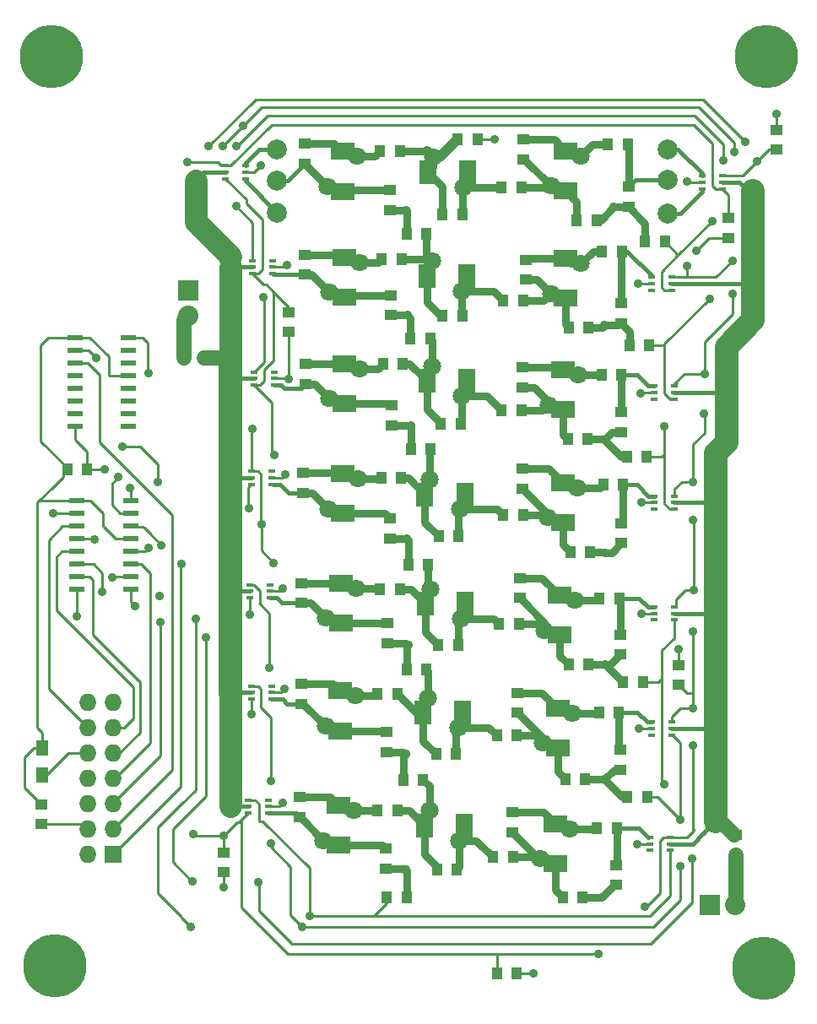
<source format=gtl>
G04 #@! TF.FileFunction,Copper,L1,Top,Signal*
%FSLAX46Y46*%
G04 Gerber Fmt 4.6, Leading zero omitted, Abs format (unit mm)*
G04 Created by KiCad (PCBNEW 4.0.1-stable) date 14/03/2016 16:10:45*
%MOMM*%
G01*
G04 APERTURE LIST*
%ADD10C,0.100000*%
%ADD11C,6.350000*%
%ADD12R,1.000000X1.250000*%
%ADD13R,1.250000X1.000000*%
%ADD14R,2.032000X2.032000*%
%ADD15O,2.032000X2.032000*%
%ADD16R,1.500000X0.600000*%
%ADD17R,0.660400X0.406400*%
%ADD18R,1.727200X1.727200*%
%ADD19O,1.727200X1.727200*%
%ADD20R,1.300000X1.500000*%
%ADD21R,2.400000X1.800000*%
%ADD22C,1.800000*%
%ADD23R,1.800000X2.400000*%
%ADD24C,1.998980*%
%ADD25C,0.889000*%
%ADD26C,0.254000*%
%ADD27C,0.780000*%
%ADD28C,1.016000*%
%ADD29C,0.400000*%
%ADD30C,2.300000*%
%ADD31C,1.500000*%
%ADD32C,2.400000*%
G04 APERTURE END LIST*
D10*
D11*
X185610500Y-44958000D03*
X113855500Y-44958000D03*
X114236500Y-136207500D03*
X185356500Y-136398000D03*
D12*
X129206500Y-75184000D03*
X127206500Y-75184000D03*
D13*
X147828000Y-58372500D03*
X147828000Y-60372500D03*
X147955000Y-68913500D03*
X147955000Y-70913500D03*
X148018500Y-79962500D03*
X148018500Y-81962500D03*
X147828000Y-91329000D03*
X147828000Y-93329000D03*
X147574000Y-101806500D03*
X147574000Y-103806500D03*
X147510500Y-112728500D03*
X147510500Y-114728500D03*
X147383500Y-124412500D03*
X147383500Y-126412500D03*
X139319000Y-53737000D03*
X139319000Y-55737000D03*
X139319000Y-64849500D03*
X139319000Y-66849500D03*
X139382500Y-75835000D03*
X139382500Y-77835000D03*
X139128500Y-86757000D03*
X139128500Y-88757000D03*
X138938000Y-97806000D03*
X138938000Y-99806000D03*
X138938000Y-107902500D03*
X138938000Y-109902500D03*
X138811000Y-119269000D03*
X138811000Y-121269000D03*
D12*
X148828000Y-54483000D03*
X146828000Y-54483000D03*
X149018500Y-65278000D03*
X147018500Y-65278000D03*
X149145500Y-75819000D03*
X147145500Y-75819000D03*
X148955000Y-87249000D03*
X146955000Y-87249000D03*
X148828000Y-98425000D03*
X146828000Y-98425000D03*
X148574000Y-108902500D03*
X146574000Y-108902500D03*
X148574000Y-120586500D03*
X146574000Y-120586500D03*
X154638500Y-53276500D03*
X156638500Y-53276500D03*
X151495000Y-62738000D03*
X149495000Y-62738000D03*
X151876000Y-73279000D03*
X149876000Y-73279000D03*
X151939500Y-84391500D03*
X149939500Y-84391500D03*
X151685500Y-95948500D03*
X149685500Y-95948500D03*
X151495000Y-106426000D03*
X149495000Y-106426000D03*
X151177500Y-117538500D03*
X149177500Y-117538500D03*
X155114500Y-60833000D03*
X153114500Y-60833000D03*
X155114500Y-70993000D03*
X153114500Y-70993000D03*
X154924000Y-81851500D03*
X152924000Y-81851500D03*
X154733500Y-93091000D03*
X152733500Y-93091000D03*
X154670000Y-104013000D03*
X152670000Y-104013000D03*
X154479500Y-114935000D03*
X152479500Y-114935000D03*
X154543000Y-126555500D03*
X152543000Y-126555500D03*
X161020000Y-58102500D03*
X159020000Y-58102500D03*
X161210500Y-69469000D03*
X159210500Y-69469000D03*
X161020000Y-80454500D03*
X159020000Y-80454500D03*
X161210500Y-90995500D03*
X159210500Y-90995500D03*
X160766000Y-101854000D03*
X158766000Y-101854000D03*
X160575500Y-113093500D03*
X158575500Y-113093500D03*
X160194500Y-125285500D03*
X158194500Y-125285500D03*
D13*
X181800500Y-63166500D03*
X181800500Y-61166500D03*
D12*
X166576500Y-61404500D03*
X168576500Y-61404500D03*
X165751000Y-72136000D03*
X167751000Y-72136000D03*
X165687500Y-83375500D03*
X167687500Y-83375500D03*
X165941500Y-94678500D03*
X167941500Y-94678500D03*
X165751000Y-105981500D03*
X167751000Y-105981500D03*
X165433500Y-117475000D03*
X167433500Y-117475000D03*
X165179500Y-129349500D03*
X167179500Y-129349500D03*
X115459000Y-86423500D03*
X117459000Y-86423500D03*
D13*
X161226500Y-53292500D03*
X161226500Y-55292500D03*
X161480500Y-65357500D03*
X161480500Y-67357500D03*
X161163000Y-76152500D03*
X161163000Y-78152500D03*
X161099500Y-86312500D03*
X161099500Y-88312500D03*
X160845500Y-97298000D03*
X160845500Y-99298000D03*
X160591500Y-108791500D03*
X160591500Y-110791500D03*
X160083500Y-120793000D03*
X160083500Y-122793000D03*
D12*
X171688000Y-53784500D03*
X169688000Y-53784500D03*
X171116500Y-64516000D03*
X169116500Y-64516000D03*
X171053000Y-76898500D03*
X169053000Y-76898500D03*
X171243500Y-87947500D03*
X169243500Y-87947500D03*
X170862500Y-99314000D03*
X168862500Y-99314000D03*
X170799000Y-110744000D03*
X168799000Y-110744000D03*
X170608500Y-122364500D03*
X168608500Y-122364500D03*
D13*
X171767500Y-58055000D03*
X171767500Y-60055000D03*
X171005500Y-69739000D03*
X171005500Y-71739000D03*
X171069000Y-80661000D03*
X171069000Y-82661000D03*
X171069000Y-91773500D03*
X171069000Y-93773500D03*
X170942000Y-102949500D03*
X170942000Y-104949500D03*
X170942000Y-114506500D03*
X170942000Y-116506500D03*
X170561000Y-126063500D03*
X170561000Y-128063500D03*
X182562500Y-125079000D03*
X182562500Y-123079000D03*
D12*
X173434500Y-63500000D03*
X175434500Y-63500000D03*
X171847000Y-73914000D03*
X173847000Y-73914000D03*
X171593000Y-85090000D03*
X173593000Y-85090000D03*
X171212000Y-107759500D03*
X173212000Y-107759500D03*
X171656500Y-119253000D03*
X173656500Y-119253000D03*
D13*
X112903000Y-119967500D03*
X112903000Y-121967500D03*
X131191000Y-126793500D03*
X131191000Y-124793500D03*
D12*
X149526500Y-129286000D03*
X147526500Y-129286000D03*
D14*
X127635000Y-68453000D03*
D15*
X127635000Y-70993000D03*
D14*
X179959000Y-130048000D03*
D15*
X182499000Y-130048000D03*
D16*
X116426000Y-89535000D03*
X116426000Y-90805000D03*
X116426000Y-92075000D03*
X116426000Y-93345000D03*
X116426000Y-94615000D03*
X116426000Y-95885000D03*
X116426000Y-97155000D03*
X116426000Y-98425000D03*
X121826000Y-98425000D03*
X121826000Y-97155000D03*
X121826000Y-95885000D03*
X121826000Y-94615000D03*
X121826000Y-93345000D03*
X121826000Y-92075000D03*
X121826000Y-90805000D03*
X121826000Y-89535000D03*
D17*
X133350000Y-57238900D03*
X133350000Y-55918100D03*
X133350000Y-56578500D03*
X131318000Y-55918100D03*
X131318000Y-57238900D03*
X131318000Y-56578500D03*
X136080500Y-66763900D03*
X136080500Y-65443100D03*
X136080500Y-66103500D03*
X134048500Y-65443100D03*
X134048500Y-66763900D03*
X134048500Y-66103500D03*
X136207500Y-77939900D03*
X136207500Y-76619100D03*
X136207500Y-77279500D03*
X134175500Y-76619100D03*
X134175500Y-77939900D03*
X134175500Y-77279500D03*
X135953500Y-87909400D03*
X135953500Y-86588600D03*
X135953500Y-87249000D03*
X133921500Y-86588600D03*
X133921500Y-87909400D03*
X133921500Y-87249000D03*
X135826500Y-99275900D03*
X135826500Y-97955100D03*
X135826500Y-98615500D03*
X133794500Y-97955100D03*
X133794500Y-99275900D03*
X133794500Y-98615500D03*
X135953500Y-109435900D03*
X135953500Y-108115100D03*
X135953500Y-108775500D03*
X133921500Y-108115100D03*
X133921500Y-109435900D03*
X133921500Y-108775500D03*
X135636000Y-120865900D03*
X135636000Y-119545100D03*
X135636000Y-120205500D03*
X133604000Y-119545100D03*
X133604000Y-120865900D03*
X133604000Y-120205500D03*
D16*
X116235500Y-73152000D03*
X116235500Y-74422000D03*
X116235500Y-75692000D03*
X116235500Y-76962000D03*
X116235500Y-78232000D03*
X116235500Y-79502000D03*
X116235500Y-80772000D03*
X116235500Y-82042000D03*
X121635500Y-82042000D03*
X121635500Y-80772000D03*
X121635500Y-79502000D03*
X121635500Y-78232000D03*
X121635500Y-76962000D03*
X121635500Y-75692000D03*
X121635500Y-74422000D03*
X121635500Y-73152000D03*
D17*
X179133500Y-56934100D03*
X179133500Y-58254900D03*
X179133500Y-57594500D03*
X181165500Y-58254900D03*
X181165500Y-56934100D03*
X181165500Y-57594500D03*
X174053500Y-67094100D03*
X174053500Y-68414900D03*
X174053500Y-67754500D03*
X176085500Y-68414900D03*
X176085500Y-67094100D03*
X176085500Y-67754500D03*
X174371000Y-78016100D03*
X174371000Y-79336900D03*
X174371000Y-78676500D03*
X176403000Y-79336900D03*
X176403000Y-78016100D03*
X176403000Y-78676500D03*
X174371000Y-89065100D03*
X174371000Y-90385900D03*
X174371000Y-89725500D03*
X176403000Y-90385900D03*
X176403000Y-89065100D03*
X176403000Y-89725500D03*
X174307500Y-100177600D03*
X174307500Y-101498400D03*
X174307500Y-100838000D03*
X176339500Y-101498400D03*
X176339500Y-100177600D03*
X176339500Y-100838000D03*
X174117000Y-111734600D03*
X174117000Y-113055400D03*
X174117000Y-112395000D03*
X176149000Y-113055400D03*
X176149000Y-111734600D03*
X176149000Y-112395000D03*
X173926500Y-123291600D03*
X173926500Y-124612400D03*
X173926500Y-123952000D03*
X175958500Y-124612400D03*
X175958500Y-123291600D03*
X175958500Y-123952000D03*
D18*
X120078500Y-125031500D03*
D19*
X117538500Y-125031500D03*
X120078500Y-122491500D03*
X117538500Y-122491500D03*
X120078500Y-119951500D03*
X117538500Y-119951500D03*
X120078500Y-117411500D03*
X117538500Y-117411500D03*
X120078500Y-114871500D03*
X117538500Y-114871500D03*
X120078500Y-112331500D03*
X117538500Y-112331500D03*
X120078500Y-109791500D03*
X117538500Y-109791500D03*
D20*
X112966500Y-117047000D03*
X112966500Y-114347000D03*
D21*
X143065500Y-58515000D03*
X143065500Y-54515000D03*
D22*
X141565500Y-58015000D03*
X144565500Y-55015000D03*
D21*
X143256000Y-69119500D03*
X143256000Y-65119500D03*
D22*
X141756000Y-68619500D03*
X144756000Y-65619500D03*
D21*
X143256000Y-79787500D03*
X143256000Y-75787500D03*
D22*
X141756000Y-79287500D03*
X144756000Y-76287500D03*
D21*
X143129000Y-90836500D03*
X143129000Y-86836500D03*
D22*
X141629000Y-90336500D03*
X144629000Y-87336500D03*
D21*
X142938500Y-101822000D03*
X142938500Y-97822000D03*
D22*
X141438500Y-101322000D03*
X144438500Y-98322000D03*
D21*
X142875000Y-112617000D03*
X142875000Y-108617000D03*
D22*
X141375000Y-112117000D03*
X144375000Y-109117000D03*
D21*
X142684500Y-124110500D03*
X142684500Y-120110500D03*
D22*
X141184500Y-123610500D03*
X144184500Y-120610500D03*
D23*
X151670000Y-56578500D03*
X155670000Y-56578500D03*
D22*
X152170000Y-55078500D03*
X155170000Y-58078500D03*
D23*
X151543000Y-66992500D03*
X155543000Y-66992500D03*
D22*
X152043000Y-65492500D03*
X155043000Y-68492500D03*
D23*
X151543000Y-77533500D03*
X155543000Y-77533500D03*
D22*
X152043000Y-76033500D03*
X155043000Y-79033500D03*
D23*
X151352500Y-88900000D03*
X155352500Y-88900000D03*
D22*
X151852500Y-87400000D03*
X154852500Y-90400000D03*
D23*
X151416000Y-99885500D03*
X155416000Y-99885500D03*
D22*
X151916000Y-98385500D03*
X154916000Y-101385500D03*
D23*
X151162000Y-110807500D03*
X155162000Y-110807500D03*
D22*
X151662000Y-109307500D03*
X154662000Y-112307500D03*
D23*
X151289000Y-122110500D03*
X155289000Y-122110500D03*
D22*
X151789000Y-120610500D03*
X154789000Y-123610500D03*
D21*
X165481000Y-58451500D03*
X165481000Y-54451500D03*
D22*
X163981000Y-57951500D03*
X166981000Y-54951500D03*
D21*
X165481000Y-69246500D03*
X165481000Y-65246500D03*
D22*
X163981000Y-68746500D03*
X166981000Y-65746500D03*
D21*
X165227000Y-80422500D03*
X165227000Y-76422500D03*
D22*
X163727000Y-79922500D03*
X166727000Y-76922500D03*
D21*
X165163500Y-91725500D03*
X165163500Y-87725500D03*
D22*
X163663500Y-91225500D03*
X166663500Y-88225500D03*
D21*
X164846000Y-103028500D03*
X164846000Y-99028500D03*
D22*
X163346000Y-102528500D03*
X166346000Y-99528500D03*
D21*
X164655500Y-114331500D03*
X164655500Y-110331500D03*
D22*
X163155500Y-113831500D03*
X166155500Y-110831500D03*
D21*
X164401500Y-125952000D03*
X164401500Y-121952000D03*
D22*
X162901500Y-125452000D03*
X165901500Y-122452000D03*
D24*
X136525000Y-60642500D03*
X136461500Y-54292500D03*
X136461500Y-57467500D03*
X175704500Y-57340500D03*
X175704500Y-54292500D03*
X175704500Y-60706000D03*
D12*
X158575500Y-136906000D03*
X160575500Y-136906000D03*
D13*
X137668000Y-70628000D03*
X137668000Y-72628000D03*
X176784000Y-107997500D03*
X176784000Y-105997500D03*
X186626500Y-54340000D03*
X186626500Y-52340000D03*
D25*
X137668000Y-77343000D03*
X162242500Y-136906000D03*
X176784000Y-104394000D03*
X186626500Y-50736500D03*
X131191000Y-128333500D03*
X116395500Y-101092000D03*
X149669500Y-104013000D03*
X149923500Y-81978500D03*
X178562000Y-64452500D03*
X119253000Y-86423500D03*
X149479000Y-126555500D03*
X169354500Y-117475000D03*
X169354500Y-83439000D03*
X137096500Y-98298000D03*
X137287000Y-108394500D03*
X137096500Y-119824500D03*
X172656500Y-123952000D03*
X172847000Y-112395000D03*
X173037500Y-100838000D03*
X177673000Y-57531000D03*
X169100500Y-129349500D03*
X149415500Y-114935000D03*
X149542500Y-93345000D03*
X169418000Y-105981500D03*
X169418000Y-94742000D03*
X137350500Y-86868000D03*
X173037500Y-89725500D03*
X172974000Y-78740000D03*
X149606000Y-70929500D03*
X172720000Y-67754500D03*
X137541000Y-65913000D03*
X134874000Y-55943500D03*
X158305500Y-53276500D03*
X169354500Y-71945500D03*
X149479000Y-60388500D03*
X170307000Y-60071000D03*
X128016000Y-127698500D03*
X129413000Y-103251000D03*
X136144000Y-95758000D03*
X175387000Y-82042000D03*
X134937500Y-91884500D03*
X119951500Y-97218500D03*
X124714000Y-99123500D03*
X129667000Y-53975000D03*
X183515000Y-53530500D03*
X134048500Y-82359500D03*
X127508000Y-55562500D03*
X120586500Y-87185500D03*
X118364000Y-75184000D03*
X132397500Y-60007500D03*
X132397500Y-53975000D03*
X181292500Y-55372000D03*
X180149500Y-61468000D03*
X182372000Y-54546500D03*
X179895500Y-69278500D03*
X120967500Y-84137500D03*
X133096000Y-51943000D03*
X124523500Y-87693500D03*
X123634500Y-94234000D03*
X131064000Y-53975000D03*
X135128000Y-69151500D03*
X134620000Y-127762000D03*
X118999000Y-98679000D03*
X135763000Y-106299000D03*
X178117500Y-125412500D03*
X175387000Y-117983000D03*
X135890000Y-117665500D03*
X135890000Y-123888500D03*
X139065000Y-132270500D03*
X128333500Y-101409500D03*
X118237000Y-93408500D03*
X127889000Y-132270500D03*
X176974500Y-121539000D03*
X176974500Y-126174500D03*
X133794500Y-100965000D03*
X128079500Y-122999500D03*
X178244500Y-102679500D03*
X178308000Y-98488500D03*
X177673000Y-65976500D03*
X184658000Y-55499000D03*
X182181500Y-65468500D03*
X182181500Y-68770500D03*
X133985000Y-110934500D03*
X136239250Y-84963000D03*
X131191000Y-123126500D03*
X133731000Y-90297000D03*
X123634500Y-76771500D03*
X178244500Y-110363000D03*
X178244500Y-114046000D03*
X178244500Y-87630000D03*
X178244500Y-91440000D03*
X179387500Y-76835000D03*
X179324000Y-80835500D03*
X121793000Y-88265000D03*
X173418500Y-130238500D03*
X168783000Y-135001000D03*
X139763500Y-131191000D03*
X114046000Y-90805000D03*
X124777500Y-101727000D03*
X122237500Y-100076000D03*
X126936500Y-95885000D03*
X124904500Y-93980000D03*
D26*
X137668000Y-72628000D02*
X137668000Y-77343000D01*
X137604500Y-77279500D02*
X137668000Y-77343000D01*
X137604500Y-77279500D02*
X136207500Y-77279500D01*
X160575500Y-136906000D02*
X162242500Y-136906000D01*
X176784000Y-105997500D02*
X176784000Y-104394000D01*
X186626500Y-52340000D02*
X186626500Y-50736500D01*
X131191000Y-126793500D02*
X131191000Y-128333500D01*
X116426000Y-98425000D02*
X116426000Y-101061500D01*
X116426000Y-101061500D02*
X116395500Y-101092000D01*
X116235500Y-82042000D02*
X116235500Y-83406000D01*
X117459000Y-84629500D02*
X117459000Y-86423500D01*
X116235500Y-83406000D02*
X117459000Y-84629500D01*
D27*
X149495000Y-106426000D02*
X149495000Y-104187500D01*
X149463000Y-103806500D02*
X149669500Y-104013000D01*
X149463000Y-103806500D02*
X147574000Y-103806500D01*
X149495000Y-104187500D02*
X149669500Y-104013000D01*
X149939500Y-84391500D02*
X149939500Y-81994500D01*
X149939500Y-81994500D02*
X149923500Y-81978500D01*
X149907500Y-81962500D02*
X148018500Y-81962500D01*
X149907500Y-81962500D02*
X149923500Y-81978500D01*
D26*
X181800500Y-63166500D02*
X179848000Y-63166500D01*
X179848000Y-63166500D02*
X178562000Y-64452500D01*
X117459000Y-86423500D02*
X119253000Y-86423500D01*
X112903000Y-121967500D02*
X117014500Y-121967500D01*
X117014500Y-121967500D02*
X117538500Y-122491500D01*
D27*
X149526500Y-129286000D02*
X149526500Y-126603000D01*
X149526500Y-126603000D02*
X149479000Y-126555500D01*
X149336000Y-126412500D02*
X149479000Y-126555500D01*
X149336000Y-126412500D02*
X147383500Y-126412500D01*
X149399500Y-126635000D02*
X149479000Y-126555500D01*
X171656500Y-119253000D02*
X171132500Y-119253000D01*
X171132500Y-119253000D02*
X169354500Y-117475000D01*
X171212000Y-107759500D02*
X171196000Y-107759500D01*
X171196000Y-107759500D02*
X169418000Y-105981500D01*
X171593000Y-85090000D02*
X171005500Y-85090000D01*
X171005500Y-85090000D02*
X169354500Y-83439000D01*
X171847000Y-73914000D02*
X171847000Y-72580500D01*
X171847000Y-72580500D02*
X171005500Y-71739000D01*
X173434500Y-63500000D02*
X173434500Y-61722000D01*
X173434500Y-61722000D02*
X171767500Y-60055000D01*
D26*
X135826500Y-98615500D02*
X136779000Y-98615500D01*
X136779000Y-98615500D02*
X137096500Y-98298000D01*
X135953500Y-108775500D02*
X136906000Y-108775500D01*
X136906000Y-108775500D02*
X137287000Y-108394500D01*
X135636000Y-120205500D02*
X136715500Y-120205500D01*
X136715500Y-120205500D02*
X137096500Y-119824500D01*
X173926500Y-123952000D02*
X172656500Y-123952000D01*
X174117000Y-112395000D02*
X172847000Y-112395000D01*
X174307500Y-100838000D02*
X173037500Y-100838000D01*
X179197000Y-57594500D02*
X177736500Y-57594500D01*
X177736500Y-57594500D02*
X177673000Y-57531000D01*
D27*
X167179500Y-129349500D02*
X169100500Y-129349500D01*
X169100500Y-129349500D02*
X170386500Y-128063500D01*
X170561000Y-128063500D02*
X170386500Y-128063500D01*
X149177500Y-117538500D02*
X149177500Y-115173000D01*
X149209000Y-114728500D02*
X149415500Y-114935000D01*
X149209000Y-114728500D02*
X147510500Y-114728500D01*
X149177500Y-115173000D02*
X149415500Y-114935000D01*
X167433500Y-117475000D02*
X169354500Y-117475000D01*
X169354500Y-117475000D02*
X170323000Y-116506500D01*
X170942000Y-116506500D02*
X170323000Y-116506500D01*
X149685500Y-95948500D02*
X149685500Y-93488000D01*
X149526500Y-93329000D02*
X149542500Y-93345000D01*
X149526500Y-93329000D02*
X147828000Y-93329000D01*
X149685500Y-93488000D02*
X149542500Y-93345000D01*
X169418000Y-105981500D02*
X169910000Y-105981500D01*
X167751000Y-105981500D02*
X169418000Y-105981500D01*
X169910000Y-105981500D02*
X170942000Y-104949500D01*
X169418000Y-94742000D02*
X170100500Y-94742000D01*
X169354500Y-94678500D02*
X169418000Y-94742000D01*
X167941500Y-94678500D02*
X169354500Y-94678500D01*
X170100500Y-94742000D02*
X171069000Y-93773500D01*
D26*
X135953500Y-87249000D02*
X136969500Y-87249000D01*
X136969500Y-87249000D02*
X137350500Y-86868000D01*
X174371000Y-89725500D02*
X173037500Y-89725500D01*
X174371000Y-78676500D02*
X173037500Y-78676500D01*
X173037500Y-78676500D02*
X172974000Y-78740000D01*
D27*
X167687500Y-83375500D02*
X169291000Y-83375500D01*
X170132500Y-82661000D02*
X169354500Y-83439000D01*
X170132500Y-82661000D02*
X171069000Y-82661000D01*
X169291000Y-83375500D02*
X169354500Y-83439000D01*
X149876000Y-73279000D02*
X149876000Y-71199500D01*
X149590000Y-70913500D02*
X149606000Y-70929500D01*
X149590000Y-70913500D02*
X147955000Y-70913500D01*
X149876000Y-71199500D02*
X149606000Y-70929500D01*
D26*
X174053500Y-67754500D02*
X172656500Y-67754500D01*
X172656500Y-67754500D02*
X172720000Y-67754500D01*
X136080500Y-66103500D02*
X137350500Y-66103500D01*
X137350500Y-66103500D02*
X137541000Y-65913000D01*
X133350000Y-56578500D02*
X134239000Y-56578500D01*
X134239000Y-56578500D02*
X134874000Y-55943500D01*
X156638500Y-53276500D02*
X158305500Y-53276500D01*
D27*
X168576500Y-61404500D02*
X168973500Y-61404500D01*
X168973500Y-61404500D02*
X170307000Y-60071000D01*
X170799000Y-71945500D02*
X169354500Y-71945500D01*
X169164000Y-72136000D02*
X169354500Y-71945500D01*
X169164000Y-72136000D02*
X167751000Y-72136000D01*
X170799000Y-71945500D02*
X171005500Y-71739000D01*
X149495000Y-62738000D02*
X149495000Y-60404500D01*
X149463000Y-60372500D02*
X149479000Y-60388500D01*
X149463000Y-60372500D02*
X147828000Y-60372500D01*
X149495000Y-60404500D02*
X149479000Y-60388500D01*
X171767500Y-60055000D02*
X170323000Y-60055000D01*
X170323000Y-60055000D02*
X170307000Y-60071000D01*
X144756000Y-65619500D02*
X146677000Y-65619500D01*
X146677000Y-65619500D02*
X147018500Y-65278000D01*
X143256000Y-65119500D02*
X144256000Y-65119500D01*
X144256000Y-65119500D02*
X144756000Y-65619500D01*
X139319000Y-64849500D02*
X142986000Y-64849500D01*
X142986000Y-64849500D02*
X143256000Y-65119500D01*
X144629000Y-87336500D02*
X146867500Y-87336500D01*
X146867500Y-87336500D02*
X146955000Y-87249000D01*
X143129000Y-86836500D02*
X144129000Y-86836500D01*
X144129000Y-86836500D02*
X144629000Y-87336500D01*
X139128500Y-86757000D02*
X143049500Y-86757000D01*
X143049500Y-86757000D02*
X143129000Y-86836500D01*
X144438500Y-98322000D02*
X146725000Y-98322000D01*
X146725000Y-98322000D02*
X146828000Y-98425000D01*
X142938500Y-97822000D02*
X143938500Y-97822000D01*
X143938500Y-97822000D02*
X144438500Y-98322000D01*
X138938000Y-97806000D02*
X142922500Y-97806000D01*
X142922500Y-97806000D02*
X142938500Y-97822000D01*
X144184500Y-120610500D02*
X146550000Y-120610500D01*
X146550000Y-120610500D02*
X146574000Y-120586500D01*
X142684500Y-120110500D02*
X143684500Y-120110500D01*
X143684500Y-120110500D02*
X144184500Y-120610500D01*
X138811000Y-119269000D02*
X141843000Y-119269000D01*
X141843000Y-119269000D02*
X142684500Y-120110500D01*
D28*
X152170000Y-55078500D02*
X152836500Y-55078500D01*
X152836500Y-55078500D02*
X154638500Y-53276500D01*
D27*
X152170000Y-55078500D02*
X152170000Y-56078500D01*
X152170000Y-56078500D02*
X151670000Y-56578500D01*
X152543000Y-54705500D02*
X152170000Y-55078500D01*
X153114500Y-60833000D02*
X153114500Y-58023000D01*
X153114500Y-58023000D02*
X151670000Y-56578500D01*
X148828000Y-54483000D02*
X151574500Y-54483000D01*
D28*
X151574500Y-54483000D02*
X152170000Y-55078500D01*
D27*
X151495000Y-62738000D02*
X151495000Y-64944500D01*
X151495000Y-64944500D02*
X152043000Y-65492500D01*
X153114500Y-70993000D02*
X152908000Y-70993000D01*
X152908000Y-70993000D02*
X151543000Y-69628000D01*
X151543000Y-69628000D02*
X151543000Y-66992500D01*
X151543000Y-66992500D02*
X151543000Y-65992500D01*
X151543000Y-65992500D02*
X152043000Y-65492500D01*
X149018500Y-65278000D02*
X151828500Y-65278000D01*
X151828500Y-65278000D02*
X152043000Y-65492500D01*
X152924000Y-81851500D02*
X152924000Y-81740500D01*
X152924000Y-81740500D02*
X151543000Y-80359500D01*
X151543000Y-80359500D02*
X151543000Y-77533500D01*
X152043000Y-76033500D02*
X152043000Y-73446000D01*
X152043000Y-73446000D02*
X151876000Y-73279000D01*
X151543000Y-77533500D02*
X151543000Y-76533500D01*
X151543000Y-76533500D02*
X152043000Y-76033500D01*
X149145500Y-75819000D02*
X149828500Y-75819000D01*
X149828500Y-75819000D02*
X151543000Y-77533500D01*
X151685500Y-95948500D02*
X151685500Y-98155000D01*
X151685500Y-98155000D02*
X151916000Y-98385500D01*
X151416000Y-99885500D02*
X151416000Y-102759000D01*
X151416000Y-102759000D02*
X152670000Y-104013000D01*
X151416000Y-99885500D02*
X151416000Y-98885500D01*
X151416000Y-98885500D02*
X151916000Y-98385500D01*
X148828000Y-98425000D02*
X149955500Y-98425000D01*
X149955500Y-98425000D02*
X151416000Y-99885500D01*
X155170000Y-58078500D02*
X155170000Y-57078500D01*
X155170000Y-57078500D02*
X155670000Y-56578500D01*
X155114500Y-60833000D02*
X155114500Y-58134000D01*
X155114500Y-58134000D02*
X155170000Y-58078500D01*
X159020000Y-58102500D02*
X155194000Y-58102500D01*
X155194000Y-58102500D02*
X155170000Y-58078500D01*
X154662000Y-112307500D02*
X154662000Y-111307500D01*
X154662000Y-111307500D02*
X155162000Y-110807500D01*
X154662000Y-112307500D02*
X157789500Y-112307500D01*
X157789500Y-112307500D02*
X158575500Y-113093500D01*
X154479500Y-114935000D02*
X154479500Y-112490000D01*
X154479500Y-112490000D02*
X154662000Y-112307500D01*
X162901500Y-125452000D02*
X162742500Y-125452000D01*
X162742500Y-125452000D02*
X160083500Y-122793000D01*
X164401500Y-125952000D02*
X164401500Y-128571500D01*
X164401500Y-128571500D02*
X165179500Y-129349500D01*
X162901500Y-125452000D02*
X163901500Y-125452000D01*
X163901500Y-125452000D02*
X164401500Y-125952000D01*
X160194500Y-125285500D02*
X162735000Y-125285500D01*
X162735000Y-125285500D02*
X162901500Y-125452000D01*
D26*
X116235500Y-73152000D02*
X117729000Y-73152000D01*
X119634000Y-76962000D02*
X121635500Y-76962000D01*
X119634000Y-75057000D02*
X119634000Y-76962000D01*
X117729000Y-73152000D02*
X119634000Y-75057000D01*
X115459000Y-86423500D02*
X115459000Y-86249000D01*
X115459000Y-86249000D02*
X112776000Y-83566000D01*
X113538000Y-73152000D02*
X116235500Y-73152000D01*
X112776000Y-73914000D02*
X113538000Y-73152000D01*
X112776000Y-83566000D02*
X112776000Y-73914000D01*
X112649000Y-89535000D02*
X114046000Y-88138000D01*
X115062000Y-87122000D02*
X115062000Y-86820500D01*
X114046000Y-88138000D02*
X115062000Y-87122000D01*
X115062000Y-86820500D02*
X115459000Y-86423500D01*
X112903000Y-119967500D02*
X112855500Y-119967500D01*
X112855500Y-119967500D02*
X111188500Y-118300500D01*
X111188500Y-118300500D02*
X111188500Y-115252500D01*
X111188500Y-115252500D02*
X112094000Y-114347000D01*
X112094000Y-114347000D02*
X112966500Y-114347000D01*
X112966500Y-114347000D02*
X112966500Y-112776000D01*
X112649000Y-89535000D02*
X116426000Y-89535000D01*
X112458500Y-89725500D02*
X112649000Y-89535000D01*
X112458500Y-112268000D02*
X112458500Y-89725500D01*
X112966500Y-112776000D02*
X112458500Y-112268000D01*
X121826000Y-93345000D02*
X120332500Y-93345000D01*
X117792500Y-89535000D02*
X116426000Y-89535000D01*
X119062500Y-90805000D02*
X117792500Y-89535000D01*
X119062500Y-92075000D02*
X119062500Y-90805000D01*
X120332500Y-93345000D02*
X119062500Y-92075000D01*
D27*
X165481000Y-54451500D02*
X166481000Y-54451500D01*
X166481000Y-54451500D02*
X166981000Y-54951500D01*
X161226500Y-53292500D02*
X164322000Y-53292500D01*
X164322000Y-53292500D02*
X165481000Y-54451500D01*
X169688000Y-53784500D02*
X168148000Y-53784500D01*
X168148000Y-53784500D02*
X166981000Y-54951500D01*
X165481000Y-65246500D02*
X161591500Y-65246500D01*
X161591500Y-65246500D02*
X161480500Y-65357500D01*
X166981000Y-65746500D02*
X165981000Y-65746500D01*
X165981000Y-65746500D02*
X165481000Y-65246500D01*
X169116500Y-64516000D02*
X168211500Y-64516000D01*
X168211500Y-64516000D02*
X166981000Y-65746500D01*
X166727000Y-76922500D02*
X169029000Y-76922500D01*
X169029000Y-76922500D02*
X169053000Y-76898500D01*
X165227000Y-76422500D02*
X166227000Y-76422500D01*
X166227000Y-76422500D02*
X166727000Y-76922500D01*
X161163000Y-76152500D02*
X164957000Y-76152500D01*
X164957000Y-76152500D02*
X165227000Y-76422500D01*
X166663500Y-88225500D02*
X168965500Y-88225500D01*
X168965500Y-88225500D02*
X169243500Y-87947500D01*
X165163500Y-87725500D02*
X166163500Y-87725500D01*
X166163500Y-87725500D02*
X166663500Y-88225500D01*
X161099500Y-86312500D02*
X163750500Y-86312500D01*
X163750500Y-86312500D02*
X165163500Y-87725500D01*
X166346000Y-99528500D02*
X168648000Y-99528500D01*
X168648000Y-99528500D02*
X168862500Y-99314000D01*
X164846000Y-99028500D02*
X165846000Y-99028500D01*
X165846000Y-99028500D02*
X166346000Y-99528500D01*
X160845500Y-97298000D02*
X163115500Y-97298000D01*
X163115500Y-97298000D02*
X164846000Y-99028500D01*
X166155500Y-110831500D02*
X168711500Y-110831500D01*
X168711500Y-110831500D02*
X168799000Y-110744000D01*
X164655500Y-110331500D02*
X165655500Y-110331500D01*
X165655500Y-110331500D02*
X166155500Y-110831500D01*
X160591500Y-108791500D02*
X163115500Y-108791500D01*
X163115500Y-108791500D02*
X164655500Y-110331500D01*
D29*
X174117000Y-111734600D02*
X173647100Y-111734600D01*
X173647100Y-111734600D02*
X172656500Y-110744000D01*
X172656500Y-110744000D02*
X170799000Y-110744000D01*
D27*
X170799000Y-110744000D02*
X170799000Y-114363500D01*
X170799000Y-114363500D02*
X170942000Y-114506500D01*
D26*
X173926500Y-123291600D02*
X173710600Y-123291600D01*
D29*
X173710600Y-123291600D02*
X172783500Y-122364500D01*
X172783500Y-122364500D02*
X170608500Y-122364500D01*
D27*
X170608500Y-122364500D02*
X170608500Y-126016000D01*
X170608500Y-126016000D02*
X170561000Y-126063500D01*
D26*
X128016000Y-127698500D02*
X127952500Y-127698500D01*
X129413000Y-119126000D02*
X129413000Y-103251000D01*
X126047500Y-122491500D02*
X129413000Y-119126000D01*
X126047500Y-125793500D02*
X126047500Y-122491500D01*
X127952500Y-127698500D02*
X126047500Y-125793500D01*
X134937500Y-94551500D02*
X136144000Y-95758000D01*
X134937500Y-91884500D02*
X134937500Y-94551500D01*
X175387000Y-84582000D02*
X175387000Y-82042000D01*
X134937500Y-91884500D02*
X134874000Y-91884500D01*
X133921500Y-86588600D02*
X134594600Y-86588600D01*
X134594600Y-86588600D02*
X134874000Y-86868000D01*
X134874000Y-86868000D02*
X134874000Y-91884500D01*
X120015000Y-97155000D02*
X121826000Y-97155000D01*
X119951500Y-97218500D02*
X120015000Y-97155000D01*
X134874000Y-91884500D02*
X134874000Y-91948000D01*
X173593000Y-85090000D02*
X175133000Y-85090000D01*
X175133000Y-85090000D02*
X175387000Y-84836000D01*
X134366000Y-49276000D02*
X129667000Y-53975000D01*
X179260500Y-49276000D02*
X134366000Y-49276000D01*
X183515000Y-53530500D02*
X179260500Y-49276000D01*
X134048500Y-82359500D02*
X133921500Y-82486500D01*
X133921500Y-82486500D02*
X133921500Y-86588600D01*
X176403000Y-90385900D02*
X175920400Y-90385900D01*
X175387000Y-89852500D02*
X175387000Y-85788500D01*
X175387000Y-85788500D02*
X175387000Y-84836000D01*
X175387000Y-84836000D02*
X175387000Y-84582000D01*
X175920400Y-90385900D02*
X175387000Y-89852500D01*
D29*
X129222500Y-56578500D02*
X129159000Y-56578500D01*
X129159000Y-56578500D02*
X128333500Y-57404000D01*
D30*
X128333500Y-57404000D02*
X128333500Y-61595000D01*
D31*
X129206500Y-75184000D02*
X131127500Y-75184000D01*
X131127500Y-75184000D02*
X131826000Y-75882500D01*
D27*
X131826000Y-66103500D02*
X131826000Y-65024000D01*
D30*
X131826000Y-65024000D02*
X128333500Y-61531500D01*
D32*
X131826000Y-77279500D02*
X131826000Y-75882500D01*
X131826000Y-87312500D02*
X131826000Y-77279500D01*
D30*
X131826000Y-75882500D02*
X131826000Y-66103500D01*
D27*
X131826000Y-66103500D02*
X131826000Y-66230500D01*
X131826000Y-66230500D02*
X131826000Y-66103500D01*
D32*
X131826000Y-98615500D02*
X131826000Y-87312500D01*
X131826000Y-108839000D02*
X131826000Y-98615500D01*
D27*
X131826000Y-87312500D02*
X131826000Y-87249000D01*
X131826000Y-87249000D02*
X131826000Y-87185500D01*
X131826000Y-87185500D02*
X131826000Y-87249000D01*
D30*
X131826000Y-120205500D02*
X131826000Y-108839000D01*
D29*
X133604000Y-120205500D02*
X131826000Y-120205500D01*
D27*
X131826000Y-108839000D02*
X131826000Y-108775500D01*
X131826000Y-108775500D02*
X131826000Y-108966000D01*
X131826000Y-108966000D02*
X131826000Y-108775500D01*
D29*
X134048500Y-66103500D02*
X131826000Y-66103500D01*
X131318000Y-56578500D02*
X129222500Y-56578500D01*
X134175500Y-77279500D02*
X131762500Y-77279500D01*
X133921500Y-87249000D02*
X131826000Y-87249000D01*
X133794500Y-98615500D02*
X131762500Y-98615500D01*
X133921500Y-108775500D02*
X131826000Y-108775500D01*
D31*
X127206500Y-75184000D02*
X127206500Y-71421500D01*
D27*
X127206500Y-71421500D02*
X127635000Y-70993000D01*
D29*
X136461500Y-57467500D02*
X137588500Y-57467500D01*
X137588500Y-57467500D02*
X139319000Y-55737000D01*
D27*
X141565500Y-58015000D02*
X142565500Y-58015000D01*
X142565500Y-58015000D02*
X143065500Y-58515000D01*
D26*
X138827000Y-55737000D02*
X139319000Y-55737000D01*
D27*
X147828000Y-58372500D02*
X143208000Y-58372500D01*
X143208000Y-58372500D02*
X143065500Y-58515000D01*
D26*
X139319000Y-55737000D02*
X139319000Y-55768500D01*
D27*
X139319000Y-55768500D02*
X141565500Y-58015000D01*
D29*
X139319000Y-66849500D02*
X136166100Y-66849500D01*
X136166100Y-66849500D02*
X136080500Y-66763900D01*
D26*
X139233400Y-66763900D02*
X139319000Y-66849500D01*
D27*
X147955000Y-68913500D02*
X143462000Y-68913500D01*
X143462000Y-68913500D02*
X143256000Y-69119500D01*
X139319000Y-66849500D02*
X139986000Y-66849500D01*
X139986000Y-66849500D02*
X141756000Y-68619500D01*
X141756000Y-68619500D02*
X142756000Y-68619500D01*
X142756000Y-68619500D02*
X143256000Y-69119500D01*
D29*
X136207500Y-77939900D02*
X136931400Y-77939900D01*
X136931400Y-77939900D02*
X137287000Y-78295500D01*
X137287000Y-78295500D02*
X138922000Y-78295500D01*
D26*
X138922000Y-78295500D02*
X139382500Y-77835000D01*
D27*
X143256000Y-79787500D02*
X147843500Y-79787500D01*
X147843500Y-79787500D02*
X148018500Y-79962500D01*
X141756000Y-79287500D02*
X142756000Y-79287500D01*
X142756000Y-79287500D02*
X143256000Y-79787500D01*
X139382500Y-77835000D02*
X140303500Y-77835000D01*
X140303500Y-77835000D02*
X141756000Y-79287500D01*
X143129000Y-90836500D02*
X147335500Y-90836500D01*
X147335500Y-90836500D02*
X147828000Y-91329000D01*
X141629000Y-90336500D02*
X142629000Y-90336500D01*
X142629000Y-90336500D02*
X143129000Y-90836500D01*
X139128500Y-88757000D02*
X140049500Y-88757000D01*
X140049500Y-88757000D02*
X141629000Y-90336500D01*
D29*
X136144000Y-87909400D02*
X136867900Y-87909400D01*
X136867900Y-87909400D02*
X137715500Y-88757000D01*
X137715500Y-88757000D02*
X139128500Y-88757000D01*
X135826500Y-99275900D02*
X136486900Y-99275900D01*
X136486900Y-99275900D02*
X137017000Y-99806000D01*
X137017000Y-99806000D02*
X138938000Y-99806000D01*
D27*
X142938500Y-101822000D02*
X147558500Y-101822000D01*
X147558500Y-101822000D02*
X147574000Y-101806500D01*
X141438500Y-101322000D02*
X142438500Y-101322000D01*
X142438500Y-101322000D02*
X142938500Y-101822000D01*
X138938000Y-99806000D02*
X139922500Y-99806000D01*
X139922500Y-99806000D02*
X141438500Y-101322000D01*
D29*
X135953500Y-109435900D02*
X137058400Y-109435900D01*
X137058400Y-109435900D02*
X137525000Y-109902500D01*
X137525000Y-109902500D02*
X138938000Y-109902500D01*
D27*
X142875000Y-112617000D02*
X147399000Y-112617000D01*
X147399000Y-112617000D02*
X147510500Y-112728500D01*
X141375000Y-112117000D02*
X142375000Y-112117000D01*
X142375000Y-112117000D02*
X142875000Y-112617000D01*
X138938000Y-109902500D02*
X139160500Y-109902500D01*
X139160500Y-109902500D02*
X141375000Y-112117000D01*
D29*
X135636000Y-120865900D02*
X138407900Y-120865900D01*
D26*
X138407900Y-120865900D02*
X138811000Y-121269000D01*
D27*
X142684500Y-124110500D02*
X147081500Y-124110500D01*
X147081500Y-124110500D02*
X147383500Y-124412500D01*
X141184500Y-123610500D02*
X142184500Y-123610500D01*
X142184500Y-123610500D02*
X142684500Y-124110500D01*
X138811000Y-121269000D02*
X138843000Y-121269000D01*
X138843000Y-121269000D02*
X141184500Y-123610500D01*
X143065500Y-54515000D02*
X144065500Y-54515000D01*
X144065500Y-54515000D02*
X144565500Y-55015000D01*
X144565500Y-55015000D02*
X146296000Y-55015000D01*
X146296000Y-55015000D02*
X146828000Y-54483000D01*
X139319000Y-53737000D02*
X142287500Y-53737000D01*
D26*
X142287500Y-53737000D02*
X143065500Y-54515000D01*
D27*
X144756000Y-76287500D02*
X146677000Y-76287500D01*
X146677000Y-76287500D02*
X147145500Y-75819000D01*
X143256000Y-75787500D02*
X144256000Y-75787500D01*
X144256000Y-75787500D02*
X144756000Y-76287500D01*
X143256000Y-75787500D02*
X139430000Y-75787500D01*
X139430000Y-75787500D02*
X139382500Y-75835000D01*
X144375000Y-109117000D02*
X146359500Y-109117000D01*
X146359500Y-109117000D02*
X146574000Y-108902500D01*
X142875000Y-108617000D02*
X143875000Y-108617000D01*
X143875000Y-108617000D02*
X144375000Y-109117000D01*
X138938000Y-107902500D02*
X142160500Y-107902500D01*
X142160500Y-107902500D02*
X142875000Y-108617000D01*
X151352500Y-88900000D02*
X151352500Y-91710000D01*
X151352500Y-91710000D02*
X152733500Y-93091000D01*
X151852500Y-87400000D02*
X151852500Y-84478500D01*
X151852500Y-84478500D02*
X151939500Y-84391500D01*
X151352500Y-88900000D02*
X151352500Y-87900000D01*
X151352500Y-87900000D02*
X151852500Y-87400000D01*
X148955000Y-87249000D02*
X149701500Y-87249000D01*
X149701500Y-87249000D02*
X151352500Y-88900000D01*
X151162000Y-110807500D02*
X151162000Y-113617500D01*
X151162000Y-113617500D02*
X152479500Y-114935000D01*
X151662000Y-109307500D02*
X151662000Y-106593000D01*
X151662000Y-106593000D02*
X151495000Y-106426000D01*
X151162000Y-110807500D02*
X151162000Y-109807500D01*
X151162000Y-109807500D02*
X151662000Y-109307500D01*
X151162000Y-110807500D02*
X150479000Y-110807500D01*
X150479000Y-110807500D02*
X148574000Y-108902500D01*
X152543000Y-126555500D02*
X152543000Y-126254000D01*
X152543000Y-126254000D02*
X151289000Y-125000000D01*
X151289000Y-125000000D02*
X151289000Y-122110500D01*
X151789000Y-120610500D02*
X151789000Y-118150000D01*
X151789000Y-118150000D02*
X151177500Y-117538500D01*
X151289000Y-122110500D02*
X151289000Y-121110500D01*
X151289000Y-121110500D02*
X151789000Y-120610500D01*
X148574000Y-120586500D02*
X149765000Y-120586500D01*
X149765000Y-120586500D02*
X151289000Y-122110500D01*
X155043000Y-68492500D02*
X158234000Y-68492500D01*
X158234000Y-68492500D02*
X159210500Y-69469000D01*
X155043000Y-68492500D02*
X155043000Y-70921500D01*
X155043000Y-70921500D02*
X155114500Y-70993000D01*
X155043000Y-68492500D02*
X155043000Y-67492500D01*
X155043000Y-67492500D02*
X155543000Y-66992500D01*
X155043000Y-79033500D02*
X157599000Y-79033500D01*
X157599000Y-79033500D02*
X159020000Y-80454500D01*
X155043000Y-79033500D02*
X155043000Y-81732500D01*
X155043000Y-81732500D02*
X154924000Y-81851500D01*
X155543000Y-77533500D02*
X155543000Y-78533500D01*
X155543000Y-78533500D02*
X155043000Y-79033500D01*
X154852500Y-90400000D02*
X158615000Y-90400000D01*
X158615000Y-90400000D02*
X159210500Y-90995500D01*
X154852500Y-90400000D02*
X154852500Y-89400000D01*
X154852500Y-89400000D02*
X155352500Y-88900000D01*
X154733500Y-93091000D02*
X154733500Y-90519000D01*
X154733500Y-90519000D02*
X154852500Y-90400000D01*
X154916000Y-101385500D02*
X158297500Y-101385500D01*
X158297500Y-101385500D02*
X158766000Y-101854000D01*
X154916000Y-101385500D02*
X154916000Y-100385500D01*
X154916000Y-100385500D02*
X155416000Y-99885500D01*
X154670000Y-104013000D02*
X154670000Y-101631500D01*
X154670000Y-101631500D02*
X154916000Y-101385500D01*
X154789000Y-123610500D02*
X156519500Y-123610500D01*
X156519500Y-123610500D02*
X158194500Y-125285500D01*
X154789000Y-123610500D02*
X154789000Y-126309500D01*
X154789000Y-126309500D02*
X154543000Y-126555500D01*
X155289000Y-122110500D02*
X155289000Y-123110500D01*
X155289000Y-123110500D02*
X154789000Y-123610500D01*
X166576500Y-61404500D02*
X166576500Y-59547000D01*
X166576500Y-59547000D02*
X165481000Y-58451500D01*
X163981000Y-57951500D02*
X164981000Y-57951500D01*
X164981000Y-57951500D02*
X165481000Y-58451500D01*
X164068000Y-58038500D02*
X163981000Y-57951500D01*
X161020000Y-58102500D02*
X163830000Y-58102500D01*
X163830000Y-58102500D02*
X163981000Y-57951500D01*
X161226500Y-55292500D02*
X161322000Y-55292500D01*
X161322000Y-55292500D02*
X163981000Y-57951500D01*
X165481000Y-69246500D02*
X165481000Y-71866000D01*
X165481000Y-71866000D02*
X165751000Y-72136000D01*
X163973000Y-68754500D02*
X163981000Y-68746500D01*
X163981000Y-68746500D02*
X164981000Y-68746500D01*
X164981000Y-68746500D02*
X165481000Y-69246500D01*
X161480500Y-67357500D02*
X162592000Y-67357500D01*
X162592000Y-67357500D02*
X163981000Y-68746500D01*
X161210500Y-69469000D02*
X163258500Y-69469000D01*
X163258500Y-69469000D02*
X163981000Y-68746500D01*
X163727000Y-79922500D02*
X163727000Y-79589500D01*
X163727000Y-79589500D02*
X162290000Y-78152500D01*
X162290000Y-78152500D02*
X161163000Y-78152500D01*
X165227000Y-80422500D02*
X165227000Y-82915000D01*
X165227000Y-82915000D02*
X165687500Y-83375500D01*
X163727000Y-79922500D02*
X164727000Y-79922500D01*
X164727000Y-79922500D02*
X165227000Y-80422500D01*
X161020000Y-80454500D02*
X163195000Y-80454500D01*
X163195000Y-80454500D02*
X163727000Y-79922500D01*
X163663500Y-91225500D02*
X163663500Y-90876500D01*
X163663500Y-90876500D02*
X161099500Y-88312500D01*
X165163500Y-91725500D02*
X165163500Y-93900500D01*
X165163500Y-93900500D02*
X165941500Y-94678500D01*
X163663500Y-91225500D02*
X164663500Y-91225500D01*
X164663500Y-91225500D02*
X165163500Y-91725500D01*
X161210500Y-90995500D02*
X163433500Y-90995500D01*
X163433500Y-90995500D02*
X163663500Y-91225500D01*
X164846000Y-103028500D02*
X164846000Y-105076500D01*
X164846000Y-105076500D02*
X165751000Y-105981500D01*
X163346000Y-102528500D02*
X163346000Y-101798500D01*
X163346000Y-101798500D02*
X160845500Y-99298000D01*
X163346000Y-102528500D02*
X164346000Y-102528500D01*
X164346000Y-102528500D02*
X164846000Y-103028500D01*
X160766000Y-101854000D02*
X162671500Y-101854000D01*
X162671500Y-101854000D02*
X163346000Y-102528500D01*
X163155500Y-113831500D02*
X163155500Y-113355500D01*
X163155500Y-113355500D02*
X160591500Y-110791500D01*
X164655500Y-114331500D02*
X164655500Y-116697000D01*
X164655500Y-116697000D02*
X165433500Y-117475000D01*
X163155500Y-113831500D02*
X164155500Y-113831500D01*
X164155500Y-113831500D02*
X164655500Y-114331500D01*
X160575500Y-113093500D02*
X162417500Y-113093500D01*
X162417500Y-113093500D02*
X163155500Y-113831500D01*
D26*
X127508000Y-55562500D02*
X129032000Y-55562500D01*
X120586500Y-87185500D02*
X119951500Y-87820500D01*
X119951500Y-87820500D02*
X119951500Y-89979500D01*
X119951500Y-89979500D02*
X120777000Y-90805000D01*
X121826000Y-90805000D02*
X120777000Y-90805000D01*
X129032000Y-55562500D02*
X130556000Y-55562500D01*
X130911600Y-55918100D02*
X131318000Y-55918100D01*
X130556000Y-55562500D02*
X130911600Y-55918100D01*
X181800500Y-61166500D02*
X181800500Y-58889900D01*
X181800500Y-58889900D02*
X181165500Y-58254900D01*
X131318000Y-55918100D02*
X131851400Y-55918100D01*
X131851400Y-55918100D02*
X135953500Y-51816000D01*
X135953500Y-51816000D02*
X178308000Y-51816000D01*
X178308000Y-51816000D02*
X180213000Y-53721000D01*
X180213000Y-53721000D02*
X180213000Y-57975500D01*
X180213000Y-57975500D02*
X180492400Y-58254900D01*
X180492400Y-58254900D02*
X181165500Y-58254900D01*
X164401500Y-121952000D02*
X165401500Y-121952000D01*
X165401500Y-121952000D02*
X165901500Y-122452000D01*
D27*
X165901500Y-122452000D02*
X168521000Y-122452000D01*
X168521000Y-122452000D02*
X168608500Y-122364500D01*
X160083500Y-120793000D02*
X163242500Y-120793000D01*
X163242500Y-120793000D02*
X164401500Y-121952000D01*
D29*
X175704500Y-57340500D02*
X172482000Y-57340500D01*
X172482000Y-57340500D02*
X171767500Y-58055000D01*
D27*
X171767500Y-58055000D02*
X171767500Y-53864000D01*
X171767500Y-53864000D02*
X171688000Y-53784500D01*
D26*
X174053500Y-67094100D02*
X174053500Y-66929000D01*
D29*
X174053500Y-66929000D02*
X171640500Y-64516000D01*
X171640500Y-64516000D02*
X171116500Y-64516000D01*
D27*
X171005500Y-69739000D02*
X171005500Y-67183000D01*
X171005500Y-66992500D02*
X171005500Y-64627000D01*
X171005500Y-64627000D02*
X171116500Y-64516000D01*
X171005500Y-67183000D02*
X171005500Y-66992500D01*
D29*
X174371000Y-78016100D02*
X173774100Y-78016100D01*
X173774100Y-78016100D02*
X172656500Y-76898500D01*
X172656500Y-76898500D02*
X171053000Y-76898500D01*
D27*
X171053000Y-76898500D02*
X171053000Y-80645000D01*
X171053000Y-80645000D02*
X171069000Y-80661000D01*
X171243500Y-87947500D02*
X171243500Y-91599000D01*
X171243500Y-91599000D02*
X171069000Y-91773500D01*
D29*
X174371000Y-89065100D02*
X173774100Y-89065100D01*
X173774100Y-89065100D02*
X172656500Y-87947500D01*
X172656500Y-87947500D02*
X171243500Y-87947500D01*
X174307500Y-100177600D02*
X173710600Y-100177600D01*
X173710600Y-100177600D02*
X172847000Y-99314000D01*
X172847000Y-99314000D02*
X170862500Y-99314000D01*
D27*
X170942000Y-102949500D02*
X170942000Y-99393500D01*
X170942000Y-99393500D02*
X170862500Y-99314000D01*
D31*
X182562500Y-125079000D02*
X182562500Y-129984500D01*
D26*
X182562500Y-129984500D02*
X182499000Y-130048000D01*
D29*
X176085500Y-67754500D02*
X184277000Y-67754500D01*
D26*
X184277000Y-67754500D02*
X183324500Y-67754500D01*
X183324500Y-67754500D02*
X184277000Y-67754500D01*
D29*
X182562500Y-123079000D02*
X182388000Y-123079000D01*
D31*
X182388000Y-123079000D02*
X180530500Y-121221500D01*
D29*
X176149000Y-112395000D02*
X180530500Y-112395000D01*
X179768500Y-112522000D02*
X180530500Y-112522000D01*
X180403500Y-112522000D02*
X179768500Y-112522000D01*
X180530500Y-112395000D02*
X180403500Y-112522000D01*
X176339500Y-100838000D02*
X180530500Y-100838000D01*
X180530500Y-100838000D02*
X179578000Y-100838000D01*
X179578000Y-100838000D02*
X180530500Y-100838000D01*
X176403000Y-89725500D02*
X180530500Y-89725500D01*
X180530500Y-89725500D02*
X179578000Y-89725500D01*
X179578000Y-89725500D02*
X180530500Y-89725500D01*
X176403000Y-78676500D02*
X181610000Y-78676500D01*
X181610000Y-78676500D02*
X180467000Y-78676500D01*
X180467000Y-78676500D02*
X181610000Y-78676500D01*
X182181500Y-57594500D02*
X182880000Y-57594500D01*
X182880000Y-57594500D02*
X184277000Y-58991500D01*
D32*
X180530500Y-118935500D02*
X180530500Y-112522000D01*
X180530500Y-112522000D02*
X180530500Y-100838000D01*
X180530500Y-100838000D02*
X180530500Y-89725500D01*
X180530500Y-89725500D02*
X180530500Y-84772500D01*
X180530500Y-84772500D02*
X181610000Y-83693000D01*
X181610000Y-83693000D02*
X181610000Y-78676500D01*
X181610000Y-78676500D02*
X181610000Y-74104500D01*
X181610000Y-74104500D02*
X184277000Y-71437500D01*
X184277000Y-71437500D02*
X184277000Y-67754500D01*
X184277000Y-67754500D02*
X184277000Y-58991500D01*
X180530500Y-118935500D02*
X180530500Y-121221500D01*
X180530500Y-121221500D02*
X180530500Y-121666000D01*
D29*
X179292250Y-122904250D02*
X180530500Y-121666000D01*
D32*
X184277000Y-58991500D02*
X184277000Y-58420000D01*
D26*
X182562500Y-123079000D02*
X182562500Y-122872500D01*
D29*
X175958500Y-123952000D02*
X178244500Y-123952000D01*
X178244500Y-123952000D02*
X179292250Y-122904250D01*
X179292250Y-122904250D02*
X179324000Y-122872500D01*
X182245000Y-57594500D02*
X182181500Y-57594500D01*
X182181500Y-57594500D02*
X181165500Y-57594500D01*
D26*
X116235500Y-74422000D02*
X117602000Y-74422000D01*
X117602000Y-74422000D02*
X118364000Y-75184000D01*
X175434500Y-63500000D02*
X175434500Y-63547500D01*
X175434500Y-63547500D02*
X176752250Y-64865250D01*
X176085500Y-68414900D02*
X175348900Y-68414900D01*
X134048500Y-61658500D02*
X134048500Y-65443100D01*
X132397500Y-60007500D02*
X134048500Y-61658500D01*
X132524500Y-53975000D02*
X132397500Y-53975000D01*
X135572500Y-50927000D02*
X132524500Y-53975000D01*
X178435000Y-50927000D02*
X135572500Y-50927000D01*
X181292500Y-53784500D02*
X178435000Y-50927000D01*
X181292500Y-55372000D02*
X181292500Y-53784500D01*
X175069500Y-66548000D02*
X176752250Y-64865250D01*
X176752250Y-64865250D02*
X180149500Y-61468000D01*
X175069500Y-68135500D02*
X175069500Y-66548000D01*
X175348900Y-68414900D02*
X175069500Y-68135500D01*
X133096000Y-51943000D02*
X135001000Y-50038000D01*
X178816000Y-50038000D02*
X135001000Y-50038000D01*
X182372000Y-53594000D02*
X178816000Y-50038000D01*
X182372000Y-54546500D02*
X182372000Y-53594000D01*
X179895500Y-69278500D02*
X175387000Y-73787000D01*
X124523500Y-85915500D02*
X124523500Y-87693500D01*
X122745500Y-84137500D02*
X124523500Y-85915500D01*
X120967500Y-84137500D02*
X122745500Y-84137500D01*
X121826000Y-94615000D02*
X123253500Y-94615000D01*
X123253500Y-94615000D02*
X123634500Y-94234000D01*
X173847000Y-73914000D02*
X175260000Y-73914000D01*
X175260000Y-73914000D02*
X175387000Y-73787000D01*
X175983900Y-79336900D02*
X175387000Y-78740000D01*
X175983900Y-79336900D02*
X176403000Y-79336900D01*
X175387000Y-74930000D02*
X175387000Y-73787000D01*
X175387000Y-78740000D02*
X175387000Y-74930000D01*
X133096000Y-51943000D02*
X131064000Y-53975000D01*
X135128000Y-69151500D02*
X135191500Y-69215000D01*
X135191500Y-69215000D02*
X135191500Y-75603100D01*
X134175500Y-76619100D02*
X135191500Y-75603100D01*
X134683500Y-130683000D02*
X134683500Y-127825500D01*
X134683500Y-127825500D02*
X134620000Y-127762000D01*
X118110000Y-95885000D02*
X118999000Y-96774000D01*
X118999000Y-96774000D02*
X118999000Y-98679000D01*
X116426000Y-95885000D02*
X118110000Y-95885000D01*
X135763000Y-100838000D02*
X135763000Y-106299000D01*
X134810500Y-99885500D02*
X135763000Y-100838000D01*
X134810500Y-99885500D02*
X134747000Y-99885500D01*
X134747000Y-99885500D02*
X134810500Y-99885500D01*
X173212000Y-107759500D02*
X174752000Y-107759500D01*
X174752000Y-107759500D02*
X175133000Y-107378500D01*
X133794500Y-97955100D02*
X134213600Y-97955100D01*
X134810500Y-98552000D02*
X134810500Y-99885500D01*
X134213600Y-97955100D02*
X134810500Y-98552000D01*
X176339500Y-103314500D02*
X176339500Y-101498400D01*
X175133000Y-104521000D02*
X176339500Y-103314500D01*
X175133000Y-117729000D02*
X175133000Y-107378500D01*
X134683500Y-130683000D02*
X137985500Y-133985000D01*
X137985500Y-133985000D02*
X173990000Y-133985000D01*
X173990000Y-133985000D02*
X178117500Y-129857500D01*
X178117500Y-129857500D02*
X178117500Y-125412500D01*
X175387000Y-117983000D02*
X175133000Y-117729000D01*
X175133000Y-107378500D02*
X175133000Y-104521000D01*
X126936500Y-131318000D02*
X126936500Y-131254500D01*
X124587000Y-122301000D02*
X126936500Y-119951500D01*
X124587000Y-128905000D02*
X124587000Y-122301000D01*
X126936500Y-131254500D02*
X124587000Y-128905000D01*
X139065000Y-132270500D02*
X137858500Y-131064000D01*
X135890000Y-111252000D02*
X134874000Y-110236000D01*
X133921500Y-108115100D02*
X134594600Y-108115100D01*
X134594600Y-108115100D02*
X134874000Y-108394500D01*
X134874000Y-108394500D02*
X134874000Y-110236000D01*
X135890000Y-117665500D02*
X135890000Y-111252000D01*
X135890000Y-117919500D02*
X135890000Y-117665500D01*
X135890000Y-124269500D02*
X135890000Y-123888500D01*
X137858500Y-126238000D02*
X135890000Y-124269500D01*
X137858500Y-131064000D02*
X137858500Y-126238000D01*
X139128500Y-132270500D02*
X139065000Y-132270500D01*
X116426000Y-93345000D02*
X118173500Y-93345000D01*
X118237000Y-93408500D02*
X118173500Y-93345000D01*
X126936500Y-119951500D02*
X128333500Y-118554500D01*
X128333500Y-118554500D02*
X128333500Y-101409500D01*
X127889000Y-132270500D02*
X126936500Y-131318000D01*
X173656500Y-119253000D02*
X174688500Y-119253000D01*
X174688500Y-119253000D02*
X176974500Y-121539000D01*
X176974500Y-113855500D02*
X176174400Y-113055400D01*
X176974500Y-121539000D02*
X176974500Y-113855500D01*
X176974500Y-129540000D02*
X176974500Y-126174500D01*
X174244000Y-132270500D02*
X176974500Y-129540000D01*
X139128500Y-132270500D02*
X174244000Y-132270500D01*
X176174400Y-113055400D02*
X176149000Y-113055400D01*
X137668000Y-70628000D02*
X137668000Y-70104000D01*
X137668000Y-70104000D02*
X136144000Y-68580000D01*
X158575500Y-136906000D02*
X158575500Y-135001000D01*
X158559500Y-135064500D02*
X158559500Y-135001000D01*
X158559500Y-135017000D02*
X158559500Y-135064500D01*
X158575500Y-135001000D02*
X158559500Y-135017000D01*
X178244500Y-108839000D02*
X177625500Y-108839000D01*
X177625500Y-108839000D02*
X176784000Y-107997500D01*
X186626500Y-54340000D02*
X185817000Y-54340000D01*
X185817000Y-54340000D02*
X184658000Y-55499000D01*
X128206500Y-123126500D02*
X131191000Y-123126500D01*
X128079500Y-122999500D02*
X128206500Y-123126500D01*
X178244500Y-102679500D02*
X178244500Y-108839000D01*
X178244500Y-108839000D02*
X178244500Y-110363000D01*
X177673000Y-67094100D02*
X177673000Y-65976500D01*
X182918100Y-56934100D02*
X181165500Y-56934100D01*
X183222900Y-56934100D02*
X182918100Y-56934100D01*
X184658000Y-55499000D02*
X183222900Y-56934100D01*
X182181500Y-65468500D02*
X180555900Y-67094100D01*
X182181500Y-68770500D02*
X182245000Y-68834000D01*
X180555900Y-67094100D02*
X177673000Y-67094100D01*
X177673000Y-67094100D02*
X176085500Y-67094100D01*
X133604000Y-101155500D02*
X133794500Y-100965000D01*
X133921500Y-110871000D02*
X133921500Y-109435900D01*
X133985000Y-110934500D02*
X133921500Y-110871000D01*
X131191000Y-123126500D02*
X130937000Y-123126500D01*
X134048500Y-66763900D02*
X134658100Y-66763900D01*
X133413500Y-59334400D02*
X131318000Y-57238900D01*
X133413500Y-59690000D02*
X133413500Y-59334400D01*
X135064500Y-61341000D02*
X133413500Y-59690000D01*
X135064500Y-66357500D02*
X135064500Y-61341000D01*
X134658100Y-66763900D02*
X135064500Y-66357500D01*
X134175500Y-77939900D02*
X134785100Y-77939900D01*
X135166100Y-67881500D02*
X134048500Y-66763900D01*
X135445500Y-67881500D02*
X135166100Y-67881500D01*
X136144000Y-68580000D02*
X135445500Y-67881500D01*
X136144000Y-75438000D02*
X136144000Y-68580000D01*
X135191500Y-76390500D02*
X136144000Y-75438000D01*
X135191500Y-77533500D02*
X135191500Y-76390500D01*
X134785100Y-77939900D02*
X135191500Y-77533500D01*
X134175500Y-77939900D02*
X135953500Y-79717900D01*
X135953500Y-84677250D02*
X135953500Y-79717900D01*
X135953500Y-84677250D02*
X136239250Y-84963000D01*
X131191000Y-123126500D02*
X131191000Y-124793500D01*
X132511800Y-121805700D02*
X132664200Y-121805700D01*
X131191000Y-123126500D02*
X132511800Y-121805700D01*
X133921500Y-87909400D02*
X133629400Y-88201500D01*
X133629400Y-90195400D02*
X133629400Y-88201500D01*
X133731000Y-90297000D02*
X133629400Y-90195400D01*
X133794500Y-100965000D02*
X133794500Y-99275900D01*
X132660900Y-121809000D02*
X132664200Y-121805700D01*
X132664200Y-121805700D02*
X132969000Y-121500900D01*
X123634500Y-76771500D02*
X123571000Y-76708000D01*
X123571000Y-76708000D02*
X123571000Y-73660000D01*
X123571000Y-73660000D02*
X123063000Y-73152000D01*
X123063000Y-73152000D02*
X121635500Y-73152000D01*
X176403000Y-78016100D02*
X176403000Y-77787500D01*
X176403000Y-77787500D02*
X177355500Y-76835000D01*
X177355500Y-76835000D02*
X179387500Y-76835000D01*
X176149000Y-111734600D02*
X176149000Y-111188500D01*
X176149000Y-111188500D02*
X176974500Y-110363000D01*
X176974500Y-110363000D02*
X178244500Y-110363000D01*
X176549050Y-99968050D02*
X176549050Y-99421950D01*
X176549050Y-99421950D02*
X177482500Y-98488500D01*
X177482500Y-98488500D02*
X178308000Y-98488500D01*
X176403000Y-89065100D02*
X176403000Y-88328500D01*
X176403000Y-88328500D02*
X177101500Y-87630000D01*
X177101500Y-87630000D02*
X178244500Y-87630000D01*
X182181500Y-68770500D02*
X182181500Y-70802500D01*
X179387500Y-73596500D02*
X179387500Y-76835000D01*
X182181500Y-70802500D02*
X179387500Y-73596500D01*
X178244500Y-122682000D02*
X178308000Y-122618500D01*
X178244500Y-114046000D02*
X178244500Y-119062500D01*
X178244500Y-119062500D02*
X178244500Y-122682000D01*
X178308000Y-91503500D02*
X178308000Y-98488500D01*
X178244500Y-91440000D02*
X178308000Y-91503500D01*
X178244500Y-83883500D02*
X178244500Y-87630000D01*
X179324000Y-80835500D02*
X179387500Y-80899000D01*
X179387500Y-80899000D02*
X179387500Y-82740500D01*
X179387500Y-82740500D02*
X178244500Y-83883500D01*
X178308000Y-122618500D02*
X178308000Y-122491500D01*
X178308000Y-122491500D02*
X178308000Y-122618500D01*
X121826000Y-89535000D02*
X121826000Y-88298000D01*
X121826000Y-88298000D02*
X121793000Y-88265000D01*
X175958500Y-123291600D02*
X175285400Y-123291600D01*
X175285400Y-123291600D02*
X174942500Y-123634500D01*
X174942500Y-123634500D02*
X174942500Y-128905000D01*
X174942500Y-128905000D02*
X173609000Y-130238500D01*
X173609000Y-130238500D02*
X173418500Y-130238500D01*
X168783000Y-135001000D02*
X158559500Y-135001000D01*
X158559500Y-135001000D02*
X137604500Y-135001000D01*
X137604500Y-135001000D02*
X132969000Y-130365500D01*
X132969000Y-130365500D02*
X132969000Y-121500900D01*
X132969000Y-121500900D02*
X133604000Y-120865900D01*
X133565900Y-120904000D02*
X133604000Y-120865900D01*
X176631600Y-77787500D02*
X176403000Y-78016100D01*
X176568100Y-99949000D02*
X176549050Y-99968050D01*
X176549050Y-99968050D02*
X176339500Y-100177600D01*
X177634900Y-123291600D02*
X175958500Y-123291600D01*
X178308000Y-122618500D02*
X177634900Y-123291600D01*
X134683500Y-121666000D02*
X135064500Y-121666000D01*
X139763500Y-126365000D02*
X139763500Y-131191000D01*
X135064500Y-121666000D02*
X139763500Y-126365000D01*
X116426000Y-90805000D02*
X114046000Y-90805000D01*
X147526500Y-129286000D02*
X147526500Y-129905000D01*
X147526500Y-129905000D02*
X146240500Y-131191000D01*
X133604000Y-119545100D02*
X134277100Y-119545100D01*
X175958500Y-129159000D02*
X175958500Y-124612400D01*
X173926500Y-131191000D02*
X175958500Y-129159000D01*
X139763500Y-131191000D02*
X146240500Y-131191000D01*
X146240500Y-131191000D02*
X173926500Y-131191000D01*
X134683500Y-119951500D02*
X134683500Y-121666000D01*
X134277100Y-119545100D02*
X134683500Y-119951500D01*
X116426000Y-92075000D02*
X114998500Y-92075000D01*
X113601500Y-108394500D02*
X117538500Y-112331500D01*
X113601500Y-93472000D02*
X113601500Y-108394500D01*
X114998500Y-92075000D02*
X113601500Y-93472000D01*
X120078500Y-112331500D02*
X121158000Y-112331500D01*
X114935000Y-94615000D02*
X116426000Y-94615000D01*
X114363500Y-95186500D02*
X114935000Y-94615000D01*
X114363500Y-100520500D02*
X114363500Y-95186500D01*
X122110500Y-108267500D02*
X114363500Y-100520500D01*
X122110500Y-111379000D02*
X122110500Y-108267500D01*
X121158000Y-112331500D02*
X122110500Y-111379000D01*
X120078500Y-114871500D02*
X120650000Y-114871500D01*
X120650000Y-114871500D02*
X122745500Y-112776000D01*
X122745500Y-112776000D02*
X122745500Y-107696000D01*
X122745500Y-107696000D02*
X118046500Y-102997000D01*
X118046500Y-102997000D02*
X118046500Y-97472500D01*
X118046500Y-97472500D02*
X117729000Y-97155000D01*
X117729000Y-97155000D02*
X116426000Y-97155000D01*
X120078500Y-119951500D02*
X120078500Y-119824500D01*
X120078500Y-119824500D02*
X124777500Y-115125500D01*
X124777500Y-115125500D02*
X124777500Y-101727000D01*
X122237500Y-100076000D02*
X121826000Y-99664500D01*
X121826000Y-99664500D02*
X121826000Y-98425000D01*
X120078500Y-117411500D02*
X120205500Y-117411500D01*
X120205500Y-117411500D02*
X123761500Y-113855500D01*
X123761500Y-113855500D02*
X123761500Y-96774000D01*
X123761500Y-96774000D02*
X122872500Y-95885000D01*
X122872500Y-95885000D02*
X121826000Y-95885000D01*
X123698000Y-92773500D02*
X123190000Y-92265500D01*
X126365000Y-118745000D02*
X126873000Y-118237000D01*
X126873000Y-118237000D02*
X126873000Y-95948500D01*
X126873000Y-95948500D02*
X126936500Y-95885000D01*
X124904500Y-93980000D02*
X123698000Y-92773500D01*
X120078500Y-125031500D02*
X123634500Y-121475500D01*
X123634500Y-121475500D02*
X126365000Y-118745000D01*
X123063000Y-92138500D02*
X121889500Y-92138500D01*
X123190000Y-92265500D02*
X123063000Y-92138500D01*
X121889500Y-92138500D02*
X121826000Y-92075000D01*
X120078500Y-122491500D02*
X120078500Y-122428000D01*
X120078500Y-122428000D02*
X125984000Y-116522500D01*
X125984000Y-116522500D02*
X125984000Y-90932000D01*
X125984000Y-90932000D02*
X118745000Y-83693000D01*
X118745000Y-83693000D02*
X118745000Y-76898500D01*
X118745000Y-76898500D02*
X117538500Y-75692000D01*
X117538500Y-75692000D02*
X116235500Y-75692000D01*
X112966500Y-117047000D02*
X113394500Y-117047000D01*
X113394500Y-117047000D02*
X115570000Y-114871500D01*
X115570000Y-114871500D02*
X117538500Y-114871500D01*
D29*
X133350000Y-57238900D02*
X133350000Y-57467500D01*
X133350000Y-57467500D02*
X136525000Y-60642500D01*
X133350000Y-55918100D02*
X133350000Y-55626000D01*
X133350000Y-55626000D02*
X134683500Y-54292500D01*
X134683500Y-54292500D02*
X136461500Y-54292500D01*
X179133500Y-56934100D02*
X179133500Y-56705500D01*
X176720500Y-54292500D02*
X175704500Y-54292500D01*
X179133500Y-56705500D02*
X176720500Y-54292500D01*
X179133500Y-58254900D02*
X179133500Y-58547000D01*
X176974500Y-60706000D02*
X175704500Y-60706000D01*
X179133500Y-58547000D02*
X176974500Y-60706000D01*
M02*

</source>
